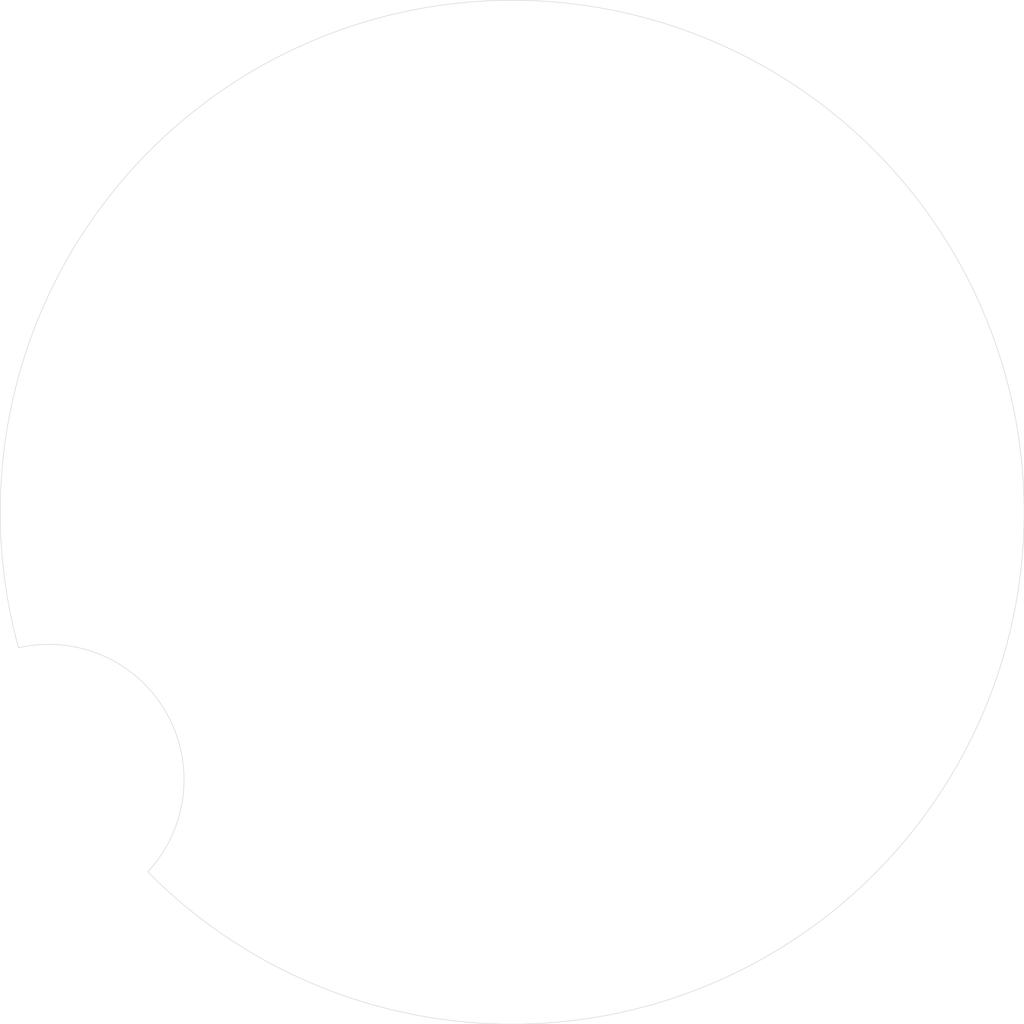
<source format=kicad_pcb>
(kicad_pcb (version 20190331) (host pcbnew "(5.1.0-494-g2c71d550a)")

  (general
    (thickness 1.6)
    (drawings 3)
    (tracks 0)
    (modules 0)
    (nets 1)
  )

  (page "A4")
  (layers
    (0 "F.Cu" signal)
    (31 "B.Cu" signal)
    (32 "B.Adhes" user)
    (33 "F.Adhes" user)
    (34 "B.Paste" user)
    (35 "F.Paste" user)
    (36 "B.SilkS" user)
    (37 "F.SilkS" user)
    (38 "B.Mask" user)
    (39 "F.Mask" user)
    (40 "Dwgs.User" user)
    (41 "Cmts.User" user)
    (42 "Eco1.User" user)
    (43 "Eco2.User" user)
    (44 "Edge.Cuts" user)
    (45 "Margin" user)
    (46 "B.CrtYd" user)
    (47 "F.CrtYd" user)
    (48 "B.Fab" user)
    (49 "F.Fab" user)
  )

  (setup
    (last_trace_width 0.25)
    (user_trace_width 0.5)
    (user_trace_width 1.5)
    (user_trace_width 2)
    (trace_clearance 0.2)
    (zone_clearance 0.508)
    (zone_45_only no)
    (trace_min 0.2)
    (via_size 0.8)
    (via_drill 0.4)
    (via_min_size 0.4)
    (via_min_drill 0.3)
    (uvia_size 0.3)
    (uvia_drill 0.1)
    (uvias_allowed no)
    (uvia_min_size 0.2)
    (uvia_min_drill 0.1)
    (edge_width 0.05)
    (segment_width 0.2)
    (pcb_text_width 0.3)
    (pcb_text_size 1.5 1.5)
    (mod_edge_width 0.12)
    (mod_text_size 1 1)
    (mod_text_width 0.15)
    (pad_size 4 4)
    (pad_drill 3)
    (pad_to_mask_clearance 0.051)
    (solder_mask_min_width 0.25)
    (aux_axis_origin 0 0)
    (visible_elements FFFFFF7F)
    (pcbplotparams
      (layerselection 0x010fc_ffffffff)
      (usegerberextensions false)
      (usegerberattributes false)
      (usegerberadvancedattributes false)
      (creategerberjobfile false)
      (excludeedgelayer true)
      (linewidth 0.100000)
      (plotframeref false)
      (viasonmask false)
      (mode 1)
      (useauxorigin false)
      (hpglpennumber 1)
      (hpglpenspeed 20)
      (hpglpendiameter 15.000000)
      (psnegative false)
      (psa4output false)
      (plotreference true)
      (plotvalue true)
      (plotinvisibletext false)
      (padsonsilk false)
      (subtractmaskfromsilk false)
      (outputformat 1)
      (mirror false)
      (drillshape 1)
      (scaleselection 1)
      (outputdirectory ""))
  )

  (net 0 "")

  (net_class "Default" "This is the default net class."
    (clearance 0.2)
    (trace_width 0.25)
    (via_dia 0.8)
    (via_drill 0.4)
    (uvia_dia 0.3)
    (uvia_drill 0.1)
  )

  (gr_line (start 116.014381 95.389064) (end 116.014892 95.406714) (layer "Edge.Cuts") (width 0.0254) (tstamp 5CD2FA10))
  (gr_arc (start 117.47 101.730001) (end 122.219999 106.150274) (angle -145.9) (layer "Edge.Cuts") (width 0.0254) (tstamp 5CD1B7AF))
  (gr_arc (start 139.699999 88.900274) (end 122.219999 106.150274) (angle -330.7) (layer "Edge.Cuts") (width 0.0254))

)

</source>
